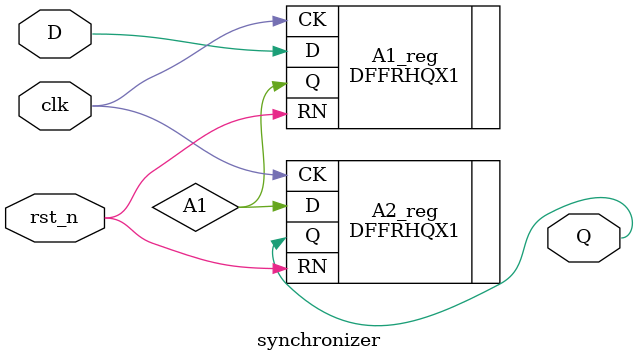
<source format=v>


module CONV ( clk_1, clk_2, rst_n, in_valid, in_data1, in_data2, out_valid, 
        out_data );
  input [2:0] in_data1;
  input [2:0] in_data2;
  output [7:0] out_data;
  input clk_1, clk_2, rst_n, in_valid;
  output out_valid;
  wire   inready, N24, N25, N26, N27, N28, N29, N30, N31, N32, N33, N34, N35,
         N45, N46, N47, N48, N49, N50, N51, N52, N53, N54, N55, N56, N346,
         N347, N348, N349, N350, N351, N352, N353, count_mult, in_end, N375,
         n91, n92, n93, n95, n96, n97, n99, n100, n101, n103, n104, n105, n107,
         n108, n109, n111, n112, n113, n115, n116, n117, n118, n119, n120,
         DP_OP_155J1_127_2395_n96, DP_OP_155J1_127_2395_n27,
         DP_OP_155J1_127_2395_n24, DP_OP_155J1_127_2395_n20,
         DP_OP_155J1_127_2395_n17, DP_OP_155J1_127_2395_n14,
         DP_OP_155J1_127_2395_n13, DP_OP_155J1_127_2395_n12,
         DP_OP_154J1_126_2395_n96, DP_OP_154J1_126_2395_n72,
         DP_OP_154J1_126_2395_n70, DP_OP_154J1_126_2395_n68,
         DP_OP_154J1_126_2395_n66, DP_OP_154J1_126_2395_n57,
         DP_OP_154J1_126_2395_n51, DP_OP_154J1_126_2395_n45,
         DP_OP_154J1_126_2395_n39, DP_OP_154J1_126_2395_n38,
         DP_OP_154J1_126_2395_n37, DP_OP_154J1_126_2395_n35,
         DP_OP_154J1_126_2395_n30, DP_OP_154J1_126_2395_n29,
         DP_OP_154J1_126_2395_n28, DP_OP_154J1_126_2395_n27,
         DP_OP_154J1_126_2395_n26, DP_OP_154J1_126_2395_n25,
         DP_OP_154J1_126_2395_n24, DP_OP_154J1_126_2395_n23,
         DP_OP_154J1_126_2395_n22, DP_OP_154J1_126_2395_n21,
         DP_OP_154J1_126_2395_n20, DP_OP_154J1_126_2395_n17,
         DP_OP_154J1_126_2395_n16, DP_OP_154J1_126_2395_n15,
         DP_OP_154J1_126_2395_n14, DP_OP_154J1_126_2395_n13,
         DP_OP_154J1_126_2395_n12, DP_OP_153J1_125_2395_n103,
         DP_OP_153J1_125_2395_n102, DP_OP_153J1_125_2395_n101,
         DP_OP_153J1_125_2395_n100, DP_OP_153J1_125_2395_n98,
         DP_OP_153J1_125_2395_n97, DP_OP_153J1_125_2395_n88,
         DP_OP_153J1_125_2395_n87, DP_OP_153J1_125_2395_n86,
         DP_OP_153J1_125_2395_n85, DP_OP_153J1_125_2395_n84,
         DP_OP_153J1_125_2395_n83, DP_OP_153J1_125_2395_n82,
         DP_OP_153J1_125_2395_n72, DP_OP_153J1_125_2395_n70,
         DP_OP_153J1_125_2395_n69, DP_OP_153J1_125_2395_n68,
         DP_OP_153J1_125_2395_n67, DP_OP_153J1_125_2395_n66,
         DP_OP_153J1_125_2395_n57, DP_OP_153J1_125_2395_n52,
         DP_OP_153J1_125_2395_n51, DP_OP_153J1_125_2395_n48,
         DP_OP_153J1_125_2395_n45, DP_OP_153J1_125_2395_n44,
         DP_OP_153J1_125_2395_n43, DP_OP_153J1_125_2395_n42,
         DP_OP_153J1_125_2395_n41, DP_OP_153J1_125_2395_n40,
         DP_OP_153J1_125_2395_n39, DP_OP_153J1_125_2395_n38,
         DP_OP_153J1_125_2395_n37, DP_OP_153J1_125_2395_n36,
         DP_OP_153J1_125_2395_n35, DP_OP_153J1_125_2395_n34,
         DP_OP_153J1_125_2395_n33, DP_OP_153J1_125_2395_n32,
         DP_OP_153J1_125_2395_n31, DP_OP_153J1_125_2395_n30,
         DP_OP_153J1_125_2395_n29, DP_OP_153J1_125_2395_n28,
         DP_OP_153J1_125_2395_n27, DP_OP_153J1_125_2395_n26,
         DP_OP_153J1_125_2395_n25, DP_OP_153J1_125_2395_n24,
         DP_OP_153J1_125_2395_n23, DP_OP_153J1_125_2395_n22,
         DP_OP_153J1_125_2395_n21, DP_OP_153J1_125_2395_n20,
         DP_OP_153J1_125_2395_n19, DP_OP_153J1_125_2395_n17,
         DP_OP_153J1_125_2395_n16, DP_OP_153J1_125_2395_n15,
         DP_OP_153J1_125_2395_n14, DP_OP_153J1_125_2395_n13,
         DP_OP_153J1_125_2395_n12, DP_OP_152J1_124_2395_n100,
         DP_OP_152J1_124_2395_n99, DP_OP_152J1_124_2395_n98,
         DP_OP_152J1_124_2395_n97, DP_OP_152J1_124_2395_n84,
         DP_OP_152J1_124_2395_n82, DP_OP_152J1_124_2395_n67,
         DP_OP_152J1_124_2395_n43, DP_OP_152J1_124_2395_n42,
         DP_OP_152J1_124_2395_n39, DP_OP_152J1_124_2395_n38,
         DP_OP_152J1_124_2395_n35, DP_OP_152J1_124_2395_n33,
         DP_OP_152J1_124_2395_n32, DP_OP_152J1_124_2395_n31,
         DP_OP_152J1_124_2395_n28, DP_OP_152J1_124_2395_n27,
         DP_OP_152J1_124_2395_n26, DP_OP_152J1_124_2395_n25,
         DP_OP_152J1_124_2395_n24, DP_OP_152J1_124_2395_n22,
         DP_OP_152J1_124_2395_n21, DP_OP_152J1_124_2395_n20,
         DP_OP_152J1_124_2395_n19, DP_OP_152J1_124_2395_n17,
         DP_OP_152J1_124_2395_n14, DP_OP_152J1_124_2395_n13,
         DP_OP_152J1_124_2395_n12, intadd_0_A_0_, intadd_0_B_4_, intadd_0_B_2_,
         intadd_0_B_1_, intadd_0_B_0_, intadd_0_CI, intadd_0_SUM_4_,
         intadd_0_SUM_3_, intadd_0_SUM_2_, intadd_0_SUM_1_, intadd_0_SUM_0_,
         intadd_0_n5, intadd_0_n4, intadd_0_n3, intadd_0_n2, intadd_0_n1,
         intadd_1_A_0_, intadd_1_B_1_, intadd_1_B_0_, intadd_1_CI,
         intadd_1_SUM_3_, intadd_1_SUM_2_, intadd_1_SUM_1_, intadd_1_SUM_0_,
         intadd_1_n4, intadd_1_n3, intadd_1_n2, intadd_1_n1, intadd_2_A_2_,
         intadd_2_A_1_, intadd_2_A_0_, intadd_2_B_2_, intadd_2_B_1_,
         intadd_2_B_0_, intadd_2_CI, intadd_2_SUM_2_, intadd_2_SUM_1_,
         intadd_2_SUM_0_, intadd_2_n3, intadd_2_n2, intadd_2_n1, intadd_3_CI,
         intadd_3_SUM_2_, intadd_3_SUM_1_, intadd_3_SUM_0_, intadd_3_n3,
         intadd_3_n2, intadd_3_n1, n122, n123, n124, n125, n126, n127, n128,
         n129, n130, n131, n132, n133, n134, n135, n136, n137, n138, n139,
         n140, n141, n142, n143, n144, n145, n146, n147, n148, n149, n150,
         n151, n152, n153, n154, n155, n156, n157, n158, n159, n160, n161,
         n162, n163, n164, n165, n166, n167, n168, n169, n170, n171, n172,
         n173, n174, n175, n176, n177, n178, n179, n180, n181, n182, n183,
         n184, n185, n186, n187, n188, n189, n190, n191, n192, n193, n194,
         n195, n196, n197, n198, n199, n200, n201, n202, n203, n204, n205,
         n206, n207, n208, n209, n210, n211, n212, n213, n214, n215, n216,
         n217, n218, n219, n220, n221, n222, n223, n224, n225, n226, n227,
         n228, n229, n230, n231, n232, n233, n234, n235, n236, n237, n238,
         n239, n240, n241, n242, n243, n244, n245, n246, n247, n248, n249,
         n250, n251, n252, n253, n254, n255, n256, n257, n258, n259, n260,
         n261, n262, n263, n264, n265, n266, n267, n268, n269, n270, n271,
         n272, n273, n274, n275, n276, n277, n278, n279, n280, n281, n282,
         n283, n284, n285, n286, n287, n288, n289, n290, n291, n292, n293,
         n294, n295, n296, n297, n298, n299, n300, n301, n302, n303, n304,
         n305, n306, n307, n308, n309, n310, n311, n312, n313, n314, n315,
         n316, n317, n318, n319, n320, n321, n322, n323, n324, n325, n326,
         n327, n328, n329, n330, n331, n332, n333, n334, n335, n336, n337,
         n338, n339, n340, n341, n342, n343, n344, n345, n346, n347, n348,
         n349, n350, n351, n352, n353, n354, n355, n356, n357, n358, n359,
         n360, n361, n362, n363, n364, n365, n366, n367, n368, n369, n370,
         n371, n372, n373, n374, n375, n376, n377, n378, n379, n380, n381,
         n382, n383, n384, n385, n386, n387, n388, n389, n390, n391, n392,
         n393, n394, n395, n396, n397, n398, n399, n400, n401, n402, n403,
         n404, n405, n406, n407, n408, n409, n410, n411, n412, n413, n414,
         n415, n416, n417, n418, n419, n420, n421, n422, n423, n424, n425,
         n426, n427, n428, n429, n430, n431, n432, n433, n434, n435, n436,
         n437, n438, n439, n440, n441, n442, n443, n444, n445, n446, n447,
         n448, n449, n450, n451, n452, n453, n454, n455, n456, n457, n458,
         n459, n460, n461, n462, n463, n464, n465, n466, n467, n468, n469,
         n470, n471, n472, n473, n474, n475, n476, n477, n478, n479, n480,
         n481, n482, n483, n484, n485, n486, n487, n488, n489, n490, n491,
         n492, n493, n494, n495, n496, n497, n498, n499, n500, n501, n502,
         n503, n504, n505, n506, n507, n508, n509, n510, n511, n512, n513,
         n514, n515, n516, n517, n518;
  wire   [8:0] h;
  wire   [8:0] x;
  wire   [11:0] h_exe;
  wire   [11:0] x_exe;
  wire   [2:0] count_2;
  wire   [1:0] count_1;

  syn_XOR in_exe ( .IN(in_end), .OUT(inready), .TX_CLK(clk_1), .RX_CLK(clk_2), 
        .RST_N(rst_n) );
  CMPR42X1 DP_OP_155J1_127_2395_U11 ( .A(DP_OP_155J1_127_2395_n96), .B(
        DP_OP_155J1_127_2395_n27), .C(DP_OP_155J1_127_2395_n17), .D(
        DP_OP_155J1_127_2395_n24), .ICI(DP_OP_155J1_127_2395_n20), .S(
        DP_OP_155J1_127_2395_n14), .ICO(DP_OP_155J1_127_2395_n12), .CO(
        DP_OP_155J1_127_2395_n13) );
  CMPR42X1 DP_OP_154J1_126_2395_U20 ( .A(DP_OP_154J1_126_2395_n68), .B(
        DP_OP_154J1_126_2395_n57), .C(DP_OP_154J1_126_2395_n70), .D(
        DP_OP_154J1_126_2395_n72), .ICI(DP_OP_154J1_126_2395_n45), .S(
        DP_OP_154J1_126_2395_n39), .ICO(DP_OP_154J1_126_2395_n37), .CO(
        DP_OP_154J1_126_2395_n38) );
  CMPR42X1 DP_OP_154J1_126_2395_U14 ( .A(DP_OP_154J1_126_2395_n30), .B(
        DP_OP_154J1_126_2395_n38), .C(DP_OP_154J1_126_2395_n35), .D(
        DP_OP_154J1_126_2395_n28), .ICI(DP_OP_154J1_126_2395_n25), .S(
        DP_OP_154J1_126_2395_n22), .ICO(DP_OP_154J1_126_2395_n20), .CO(
        DP_OP_154J1_126_2395_n21) );
  CMPR42X1 DP_OP_154J1_126_2395_U12 ( .A(DP_OP_154J1_126_2395_n51), .B(
        DP_OP_154J1_126_2395_n66), .C(DP_OP_154J1_126_2395_n29), .D(
        DP_OP_154J1_126_2395_n26), .ICI(DP_OP_154J1_126_2395_n23), .S(
        DP_OP_154J1_126_2395_n17), .ICO(DP_OP_154J1_126_2395_n15), .CO(
        DP_OP_154J1_126_2395_n16) );
  CMPR42X1 DP_OP_154J1_126_2395_U11 ( .A(DP_OP_154J1_126_2395_n96), .B(
        DP_OP_154J1_126_2395_n27), .C(DP_OP_154J1_126_2395_n17), .D(
        DP_OP_154J1_126_2395_n24), .ICI(DP_OP_154J1_126_2395_n20), .S(
        DP_OP_154J1_126_2395_n14), .ICO(DP_OP_154J1_126_2395_n12), .CO(
        DP_OP_154J1_126_2395_n13) );
  CMPR42X1 DP_OP_153J1_125_2395_U22 ( .A(DP_OP_153J1_125_2395_n88), .B(
        DP_OP_153J1_125_2395_n86), .C(DP_OP_153J1_125_2395_n101), .D(
        DP_OP_153J1_125_2395_n103), .ICI(DP_OP_153J1_125_2395_n48), .S(
        DP_OP_153J1_125_2395_n44), .ICO(DP_OP_153J1_125_2395_n42), .CO(
        DP_OP_153J1_125_2395_n43) );
  CMPR42X1 DP_OP_153J1_125_2395_U20 ( .A(DP_OP_153J1_125_2395_n68), .B(
        DP_OP_153J1_125_2395_n57), .C(DP_OP_153J1_125_2395_n70), .D(
        DP_OP_153J1_125_2395_n72), .ICI(DP_OP_153J1_125_2395_n45), .S(
        DP_OP_153J1_125_2395_n39), .ICO(DP_OP_153J1_125_2395_n37), .CO(
        DP_OP_153J1_125_2395_n38) );
  CMPR42X1 DP_OP_153J1_125_2395_U19 ( .A(DP_OP_153J1_125_2395_n85), .B(
        DP_OP_153J1_125_2395_n83), .C(DP_OP_153J1_125_2395_n87), .D(
        DP_OP_153J1_125_2395_n102), .ICI(DP_OP_153J1_125_2395_n41), .S(
        DP_OP_153J1_125_2395_n36), .ICO(DP_OP_153J1_125_2395_n34), .CO(
        DP_OP_153J1_125_2395_n35) );
  CMPR42X1 DP_OP_153J1_125_2395_U18 ( .A(DP_OP_153J1_125_2395_n100), .B(
        DP_OP_153J1_125_2395_n98), .C(DP_OP_153J1_125_2395_n42), .D(
        DP_OP_153J1_125_2395_n43), .ICI(DP_OP_153J1_125_2395_n39), .S(
        DP_OP_153J1_125_2395_n33), .ICO(DP_OP_153J1_125_2395_n31), .CO(
        DP_OP_153J1_125_2395_n32) );
  CMPR42X1 DP_OP_153J1_125_2395_U16 ( .A(DP_OP_153J1_125_2395_n67), .B(
        DP_OP_153J1_125_2395_n97), .C(DP_OP_153J1_125_2395_n84), .D(
        DP_OP_153J1_125_2395_n82), .ICI(DP_OP_153J1_125_2395_n31), .S(
        DP_OP_153J1_125_2395_n28), .ICO(DP_OP_153J1_125_2395_n26), .CO(
        DP_OP_153J1_125_2395_n27) );
  CMPR42X1 DP_OP_153J1_125_2395_U15 ( .A(DP_OP_153J1_125_2395_n69), .B(
        DP_OP_153J1_125_2395_n52), .C(DP_OP_153J1_125_2395_n34), .D(
        DP_OP_153J1_125_2395_n37), .ICI(DP_OP_153J1_125_2395_n40), .S(
        DP_OP_153J1_125_2395_n25), .ICO(DP_OP_153J1_125_2395_n23), .CO(
        DP_OP_153J1_125_2395_n24) );
  CMPR42X1 DP_OP_153J1_125_2395_U14 ( .A(DP_OP_153J1_125_2395_n30), .B(
        DP_OP_153J1_125_2395_n38), .C(DP_OP_153J1_125_2395_n35), .D(
        DP_OP_153J1_125_2395_n28), .ICI(DP_OP_153J1_125_2395_n25), .S(
        DP_OP_153J1_125_2395_n22), .ICO(DP_OP_153J1_125_2395_n20), .CO(
        DP_OP_153J1_125_2395_n21) );
  CMPR42X1 DP_OP_153J1_125_2395_U12 ( .A(DP_OP_153J1_125_2395_n51), .B(
        DP_OP_153J1_125_2395_n66), .C(DP_OP_153J1_125_2395_n29), .D(
        DP_OP_153J1_125_2395_n26), .ICI(DP_OP_153J1_125_2395_n23), .S(
        DP_OP_153J1_125_2395_n17), .ICO(DP_OP_153J1_125_2395_n15), .CO(
        DP_OP_153J1_125_2395_n16) );
  CMPR42X1 DP_OP_153J1_125_2395_U11 ( .A(DP_OP_153J1_125_2395_n19), .B(
        DP_OP_153J1_125_2395_n27), .C(DP_OP_153J1_125_2395_n17), .D(
        DP_OP_153J1_125_2395_n24), .ICI(DP_OP_153J1_125_2395_n20), .S(
        DP_OP_153J1_125_2395_n14), .ICO(DP_OP_153J1_125_2395_n12), .CO(
        DP_OP_153J1_125_2395_n13) );
  CMPR42X1 DP_OP_152J1_124_2395_U18 ( .A(DP_OP_152J1_124_2395_n100), .B(
        DP_OP_152J1_124_2395_n98), .C(DP_OP_152J1_124_2395_n42), .D(
        DP_OP_152J1_124_2395_n43), .ICI(DP_OP_152J1_124_2395_n39), .S(
        DP_OP_152J1_124_2395_n33), .ICO(DP_OP_152J1_124_2395_n31), .CO(
        DP_OP_152J1_124_2395_n32) );
  CMPR42X1 DP_OP_152J1_124_2395_U16 ( .A(DP_OP_152J1_124_2395_n67), .B(
        DP_OP_152J1_124_2395_n97), .C(DP_OP_152J1_124_2395_n84), .D(
        DP_OP_152J1_124_2395_n82), .ICI(DP_OP_152J1_124_2395_n31), .S(
        DP_OP_152J1_124_2395_n28), .ICO(DP_OP_152J1_124_2395_n26), .CO(
        DP_OP_152J1_124_2395_n27) );
  CMPR42X1 DP_OP_152J1_124_2395_U14 ( .A(DP_OP_152J1_124_2395_n99), .B(
        DP_OP_152J1_124_2395_n38), .C(DP_OP_152J1_124_2395_n35), .D(
        DP_OP_152J1_124_2395_n28), .ICI(DP_OP_152J1_124_2395_n25), .S(
        DP_OP_152J1_124_2395_n22), .ICO(DP_OP_152J1_124_2395_n20), .CO(
        DP_OP_152J1_124_2395_n21) );
  CMPR42X1 DP_OP_152J1_124_2395_U11 ( .A(DP_OP_152J1_124_2395_n19), .B(
        DP_OP_152J1_124_2395_n27), .C(DP_OP_152J1_124_2395_n17), .D(
        DP_OP_152J1_124_2395_n24), .ICI(DP_OP_152J1_124_2395_n20), .S(
        DP_OP_152J1_124_2395_n14), .ICO(DP_OP_152J1_124_2395_n12), .CO(
        DP_OP_152J1_124_2395_n13) );
  DFFHQX1 x_reg_0__2_ ( .D(n111), .CK(clk_1), .Q(x[8]) );
  DFFHQX1 x_reg_0__1_ ( .D(n107), .CK(clk_1), .Q(x[7]) );
  DFFHQX1 x_reg_0__0_ ( .D(n103), .CK(clk_1), .Q(x[6]) );
  DFFHQX1 h_reg_0__2_ ( .D(n99), .CK(clk_1), .Q(h[8]) );
  DFFHQX1 h_reg_0__1_ ( .D(n95), .CK(clk_1), .Q(h[7]) );
  DFFHQX1 h_reg_0__0_ ( .D(n91), .CK(clk_1), .Q(h[6]) );
  DFFHQX1 x_reg_2__2_ ( .D(n113), .CK(clk_1), .Q(x[2]) );
  DFFHQX1 x_reg_1__2_ ( .D(n112), .CK(clk_1), .Q(x[5]) );
  DFFHQX1 x_reg_2__1_ ( .D(n109), .CK(clk_1), .Q(x[1]) );
  DFFHQX1 x_reg_1__1_ ( .D(n108), .CK(clk_1), .Q(x[4]) );
  DFFHQX1 x_reg_2__0_ ( .D(n105), .CK(clk_1), .Q(x[0]) );
  DFFHQX1 x_reg_1__0_ ( .D(n104), .CK(clk_1), .Q(x[3]) );
  DFFHQX1 h_reg_2__2_ ( .D(n101), .CK(clk_1), .Q(h[2]) );
  DFFHQX1 h_reg_1__2_ ( .D(n100), .CK(clk_1), .Q(h[5]) );
  DFFHQX1 h_reg_2__1_ ( .D(n97), .CK(clk_1), .Q(h[1]) );
  DFFHQX1 h_reg_1__1_ ( .D(n96), .CK(clk_1), .Q(h[4]) );
  DFFHQX1 h_reg_2__0_ ( .D(n93), .CK(clk_1), .Q(h[0]) );
  DFFHQX1 h_reg_1__0_ ( .D(n92), .CK(clk_1), .Q(h[3]) );
  ADDFXL intadd_1_U5 ( .A(intadd_1_A_0_), .B(intadd_1_B_0_), .CI(intadd_1_CI), 
        .CO(intadd_1_n4), .S(intadd_1_SUM_0_) );
  ADDFXL intadd_0_U6 ( .A(intadd_0_A_0_), .B(intadd_0_B_0_), .CI(intadd_0_CI), 
        .CO(intadd_0_n5), .S(intadd_0_SUM_0_) );
  ADDFXL intadd_3_U4 ( .A(DP_OP_153J1_125_2395_n33), .B(
        DP_OP_153J1_125_2395_n36), .CI(intadd_3_CI), .CO(intadd_3_n3), .S(
        intadd_3_SUM_0_) );
  ADDFXL intadd_0_U5 ( .A(DP_OP_154J1_126_2395_n39), .B(intadd_0_B_1_), .CI(
        intadd_0_n5), .CO(intadd_0_n4), .S(intadd_0_SUM_1_) );
  ADDFXL intadd_2_U3 ( .A(intadd_2_A_1_), .B(intadd_2_B_1_), .CI(intadd_2_n3), 
        .CO(intadd_2_n2), .S(intadd_2_SUM_1_) );
  ADDFXL intadd_1_U4 ( .A(DP_OP_152J1_124_2395_n33), .B(intadd_1_B_1_), .CI(
        intadd_1_n4), .CO(intadd_1_n3), .S(intadd_1_SUM_1_) );
  ADDFXL intadd_2_U4 ( .A(intadd_2_A_0_), .B(intadd_2_B_0_), .CI(intadd_2_CI), 
        .CO(intadd_2_n3), .S(intadd_2_SUM_0_) );
  ADDFXL intadd_2_U2 ( .A(intadd_2_A_2_), .B(intadd_2_B_2_), .CI(intadd_2_n2), 
        .CO(intadd_2_n1), .S(intadd_2_SUM_2_) );
  ADDFXL intadd_1_U2 ( .A(DP_OP_152J1_124_2395_n21), .B(
        DP_OP_152J1_124_2395_n14), .CI(intadd_1_n2), .CO(intadd_1_n1), .S(
        intadd_1_SUM_3_) );
  ADDFXL intadd_0_U2 ( .A(DP_OP_154J1_126_2395_n13), .B(intadd_0_B_4_), .CI(
        intadd_0_n2), .CO(intadd_0_n1), .S(intadd_0_SUM_4_) );
  ADDFXL intadd_0_U3 ( .A(DP_OP_154J1_126_2395_n21), .B(
        DP_OP_154J1_126_2395_n14), .CI(intadd_0_n3), .CO(intadd_0_n2), .S(
        intadd_0_SUM_3_) );
  ADDFXL intadd_3_U2 ( .A(DP_OP_153J1_125_2395_n21), .B(
        DP_OP_153J1_125_2395_n14), .CI(intadd_3_n2), .CO(intadd_3_n1), .S(
        intadd_3_SUM_2_) );
  EDFFXL x_reg_3__2_ ( .D(in_data2[2]), .E(in_valid), .CK(clk_1), .QN(n513) );
  EDFFXL x_reg_3__1_ ( .D(in_data2[1]), .E(in_valid), .CK(clk_1), .QN(n514) );
  EDFFXL x_reg_3__0_ ( .D(in_data2[0]), .E(in_valid), .CK(clk_1), .QN(n515) );
  EDFFXL h_reg_3__2_ ( .D(in_data1[2]), .E(in_valid), .CK(clk_1), .QN(n516) );
  EDFFXL h_reg_3__1_ ( .D(in_data1[1]), .E(in_valid), .CK(clk_1), .QN(n517) );
  EDFFXL h_reg_3__0_ ( .D(in_data1[0]), .E(in_valid), .CK(clk_1), .QN(n518) );
  DFFSX1 count_2_reg_2_ ( .D(n115), .CK(clk_2), .SN(rst_n), .Q(count_2[2]), 
        .QN(n512) );
  DFFSX1 count_2_reg_0_ ( .D(n116), .CK(clk_2), .SN(rst_n), .Q(count_2[0]) );
  DFFSX1 count_2_reg_1_ ( .D(n117), .CK(clk_2), .SN(rst_n), .Q(count_2[1]), 
        .QN(n489) );
  DFFSX1 count_mult_reg ( .D(n120), .CK(clk_2), .SN(rst_n), .Q(count_mult) );
  DFFX1 h_exe_reg_3__2_ ( .D(N26), .CK(clk_2), .Q(h_exe[2]), .QN(n508) );
  DFFX1 h_exe_reg_3__1_ ( .D(N25), .CK(clk_2), .Q(h_exe[1]), .QN(n487) );
  DFFX1 h_exe_reg_2__2_ ( .D(N29), .CK(clk_2), .Q(h_exe[5]), .QN(n488) );
  DFFX1 h_exe_reg_2__1_ ( .D(N28), .CK(clk_2), .Q(h_exe[4]), .QN(n506) );
  DFFX1 h_exe_reg_2__0_ ( .D(N27), .CK(clk_2), .Q(h_exe[3]), .QN(n492) );
  DFFX1 h_exe_reg_1__2_ ( .D(N32), .CK(clk_2), .Q(h_exe[8]), .QN(n497) );
  DFFX1 h_exe_reg_1__1_ ( .D(N31), .CK(clk_2), .Q(h_exe[7]), .QN(n496) );
  DFFX1 h_exe_reg_1__0_ ( .D(N30), .CK(clk_2), .Q(h_exe[6]), .QN(n495) );
  DFFX1 h_exe_reg_0__2_ ( .D(N35), .CK(clk_2), .Q(h_exe[11]), .QN(n510) );
  DFFX1 h_exe_reg_0__1_ ( .D(N34), .CK(clk_2), .Q(h_exe[10]), .QN(n503) );
  DFFX1 h_exe_reg_0__0_ ( .D(N33), .CK(clk_2), .Q(h_exe[9]), .QN(n501) );
  DFFX1 x_exe_reg_3__2_ ( .D(N47), .CK(clk_2), .Q(x_exe[2]), .QN(n509) );
  DFFX1 x_exe_reg_3__1_ ( .D(N46), .CK(clk_2), .Q(x_exe[1]), .QN(n502) );
  DFFX1 x_exe_reg_3__0_ ( .D(N45), .CK(clk_2), .Q(x_exe[0]), .QN(n504) );
  DFFX1 x_exe_reg_2__2_ ( .D(N50), .CK(clk_2), .Q(x_exe[5]), .QN(n499) );
  DFFX1 x_exe_reg_2__1_ ( .D(N49), .CK(clk_2), .Q(x_exe[4]), .QN(n494) );
  DFFX1 x_exe_reg_2__0_ ( .D(N48), .CK(clk_2), .Q(x_exe[3]), .QN(n498) );
  DFFX1 x_exe_reg_1__2_ ( .D(N53), .CK(clk_2), .Q(x_exe[8]), .QN(n486) );
  DFFX1 x_exe_reg_1__1_ ( .D(N52), .CK(clk_2), .Q(x_exe[7]), .QN(n491) );
  DFFX1 x_exe_reg_1__0_ ( .D(N51), .CK(clk_2), .Q(x_exe[6]), .QN(n500) );
  DFFX1 x_exe_reg_0__2_ ( .D(N56), .CK(clk_2), .Q(x_exe[11]), .QN(n507) );
  DFFX1 x_exe_reg_0__1_ ( .D(N55), .CK(clk_2), .Q(x_exe[10]), .QN(n493) );
  DFFX1 x_exe_reg_0__0_ ( .D(N54), .CK(clk_2), .Q(x_exe[9]), .QN(n505) );
  DFFX1 h_exe_reg_3__0_ ( .D(N24), .CK(clk_2), .Q(h_exe[0]), .QN(n490) );
  DFFSX1 out_valid_reg ( .D(n511), .CK(clk_2), .SN(rst_n), .QN(out_valid) );
  DFFRHQXL out_data_reg_7_ ( .D(N353), .CK(clk_2), .RN(rst_n), .Q(out_data[7])
         );
  ADDFXL intadd_0_U4 ( .A(DP_OP_154J1_126_2395_n22), .B(intadd_0_B_2_), .CI(
        intadd_0_n4), .CO(intadd_0_n3), .S(intadd_0_SUM_2_) );
  DFFSHQXL count_1_reg_1_ ( .D(n118), .CK(clk_1), .SN(rst_n), .Q(count_1[1])
         );
  DFFRHQXL in_end_reg ( .D(N375), .CK(clk_1), .RN(rst_n), .Q(in_end) );
  DFFSHQXL count_1_reg_0_ ( .D(n119), .CK(clk_1), .SN(rst_n), .Q(count_1[0])
         );
  DFFRHQXL out_data_reg_0_ ( .D(N346), .CK(clk_2), .RN(rst_n), .Q(out_data[0])
         );
  DFFRHQXL out_data_reg_1_ ( .D(N347), .CK(clk_2), .RN(rst_n), .Q(out_data[1])
         );
  DFFRHQXL out_data_reg_2_ ( .D(N348), .CK(clk_2), .RN(rst_n), .Q(out_data[2])
         );
  DFFRHQXL out_data_reg_3_ ( .D(N349), .CK(clk_2), .RN(rst_n), .Q(out_data[3])
         );
  DFFRHQXL out_data_reg_4_ ( .D(N350), .CK(clk_2), .RN(rst_n), .Q(out_data[4])
         );
  DFFRHQXL out_data_reg_5_ ( .D(N351), .CK(clk_2), .RN(rst_n), .Q(out_data[5])
         );
  DFFRHQXL out_data_reg_6_ ( .D(N352), .CK(clk_2), .RN(rst_n), .Q(out_data[6])
         );
  ADDFXL intadd_3_U3 ( .A(DP_OP_153J1_125_2395_n32), .B(
        DP_OP_153J1_125_2395_n22), .CI(intadd_3_n3), .CO(intadd_3_n2), .S(
        intadd_3_SUM_1_) );
  ADDFXL intadd_1_U3 ( .A(DP_OP_152J1_124_2395_n32), .B(
        DP_OP_152J1_124_2395_n22), .CI(intadd_1_n3), .CO(intadd_1_n2), .S(
        intadd_1_SUM_2_) );
  NOR2X1 U166 ( .A(n511), .B(n416), .Y(N351) );
  AND3XL U167 ( .A(in_valid), .B(count_1[1]), .C(count_1[0]), .Y(N375) );
  NOR2XL U168 ( .A(n486), .B(n501), .Y(n140) );
  NOR2XL U169 ( .A(n486), .B(n497), .Y(DP_OP_153J1_125_2395_n66) );
  NOR2XL U170 ( .A(n509), .B(n487), .Y(DP_OP_153J1_125_2395_n52) );
  NOR2XL U171 ( .A(n497), .B(n504), .Y(intadd_2_B_0_) );
  NOR2XL U172 ( .A(n502), .B(n492), .Y(n137) );
  NOR2XL U173 ( .A(n493), .B(n496), .Y(DP_OP_154J1_126_2395_n70) );
  NOR2XL U174 ( .A(n346), .B(n345), .Y(n347) );
  NOR2XL U175 ( .A(n508), .B(n500), .Y(n335) );
  NOR2XL U176 ( .A(n497), .B(n500), .Y(DP_OP_153J1_125_2395_n72) );
  NOR2XL U177 ( .A(n508), .B(n504), .Y(DP_OP_153J1_125_2395_n57) );
  NOR2XL U178 ( .A(n500), .B(n506), .Y(intadd_0_B_0_) );
  NOR2XL U179 ( .A(n261), .B(n260), .Y(DP_OP_154J1_126_2395_n35) );
  NOR2XL U180 ( .A(n275), .B(n274), .Y(DP_OP_155J1_127_2395_n27) );
  NOR2XL U181 ( .A(n347), .B(n348), .Y(n396) );
  NOR2XL U182 ( .A(n510), .B(n499), .Y(n394) );
  NOR2XL U183 ( .A(n311), .B(n310), .Y(n378) );
  NOR2XL U184 ( .A(n488), .B(n498), .Y(DP_OP_153J1_125_2395_n102) );
  NOR2XL U185 ( .A(n496), .B(n500), .Y(n214) );
  NOR2XL U186 ( .A(n222), .B(n505), .Y(n184) );
  NOR2XL U187 ( .A(n486), .B(n488), .Y(DP_OP_154J1_126_2395_n96) );
  NOR2XL U188 ( .A(n391), .B(intadd_2_n1), .Y(n418) );
  NOR2XL U189 ( .A(n421), .B(n385), .Y(n384) );
  NOR2XL U190 ( .A(n510), .B(n504), .Y(n312) );
  NOR2XL U191 ( .A(n242), .B(n241), .Y(intadd_2_CI) );
  NOR2XL U192 ( .A(n250), .B(n221), .Y(n220) );
  NOR2XL U193 ( .A(n149), .B(n148), .Y(n440) );
  NOR2XL U194 ( .A(n368), .B(n367), .Y(n317) );
  NOR2XL U195 ( .A(n213), .B(n212), .Y(n286) );
  NOR2XL U196 ( .A(count_2[2]), .B(n464), .Y(n437) );
  AND4X1 U197 ( .A(n375), .B(n374), .C(n373), .D(n372), .Y(n376) );
  NOR2X1 U198 ( .A(n511), .B(n376), .Y(N350) );
  NOR2X1 U199 ( .A(n333), .B(n332), .Y(DP_OP_155J1_127_2395_n20) );
  NOR2X1 U200 ( .A(n306), .B(n305), .Y(n351) );
  NOR2X1 U201 ( .A(n151), .B(n150), .Y(DP_OP_152J1_124_2395_n24) );
  NOR2X1 U202 ( .A(n240), .B(n239), .Y(n262) );
  NOR2X1 U203 ( .A(DP_OP_154J1_126_2395_n26), .B(n163), .Y(
        DP_OP_154J1_126_2395_n27) );
  NOR2X1 U204 ( .A(n165), .B(n164), .Y(DP_OP_154J1_126_2395_n26) );
  NOR2X1 U205 ( .A(n162), .B(n161), .Y(DP_OP_154J1_126_2395_n29) );
  NOR2X1 U206 ( .A(n183), .B(n182), .Y(n210) );
  NOR2X1 U207 ( .A(n131), .B(n130), .Y(DP_OP_154J1_126_2395_n23) );
  NOR2X1 U208 ( .A(n509), .B(n492), .Y(DP_OP_152J1_124_2395_n98) );
  NOR2X1 U209 ( .A(n486), .B(n496), .Y(DP_OP_153J1_125_2395_n67) );
  NOR2X1 U210 ( .A(n502), .B(n506), .Y(DP_OP_152J1_124_2395_n100) );
  NOR2X1 U211 ( .A(n503), .B(n507), .Y(DP_OP_153J1_125_2395_n82) );
  NOR2X1 U212 ( .A(n493), .B(n510), .Y(DP_OP_153J1_125_2395_n84) );
  NOR2X1 U213 ( .A(n493), .B(n492), .Y(n276) );
  NOR2X1 U214 ( .A(n503), .B(n500), .Y(n138) );
  NOR2X1 U215 ( .A(n499), .B(n492), .Y(DP_OP_153J1_125_2395_n98) );
  NOR2X1 U216 ( .A(n499), .B(n506), .Y(DP_OP_153J1_125_2395_n97) );
  NOR2X1 U217 ( .A(n508), .B(n507), .Y(n387) );
  NOR2X1 U218 ( .A(n508), .B(n505), .Y(n291) );
  NOR2X1 U219 ( .A(n491), .B(n501), .Y(n139) );
  NOR2X1 U220 ( .A(n494), .B(n506), .Y(DP_OP_153J1_125_2395_n100) );
  NOR2X1 U221 ( .A(n488), .B(n502), .Y(DP_OP_152J1_124_2395_n99) );
  NOR2X1 U222 ( .A(n491), .B(n497), .Y(DP_OP_153J1_125_2395_n69) );
  NOR2X1 U223 ( .A(n504), .B(n506), .Y(n199) );
  NOR2X1 U224 ( .A(n499), .B(n497), .Y(n401) );
  NOR2X1 U225 ( .A(n488), .B(n507), .Y(DP_OP_155J1_127_2395_n96) );
  NOR2X1 U226 ( .A(n488), .B(n505), .Y(n272) );
  NOR2X1 U227 ( .A(n509), .B(n501), .Y(n314) );
  NOR2X1 U228 ( .A(n503), .B(n502), .Y(n313) );
  NOR2X1 U229 ( .A(n498), .B(n497), .Y(n128) );
  NOR2X1 U230 ( .A(n508), .B(n509), .Y(DP_OP_153J1_125_2395_n51) );
  NOR2X1 U231 ( .A(n494), .B(n497), .Y(n143) );
  NOR2X1 U232 ( .A(n494), .B(n495), .Y(n126) );
  NOR2X1 U233 ( .A(n498), .B(n496), .Y(n125) );
  NOR2X1 U234 ( .A(n499), .B(n496), .Y(DP_OP_152J1_124_2395_n67) );
  NOR2X1 U235 ( .A(n509), .B(n506), .Y(DP_OP_152J1_124_2395_n97) );
  NOR2X1 U236 ( .A(n491), .B(n503), .Y(n141) );
  NOR2X1 U237 ( .A(n491), .B(n510), .Y(DP_OP_152J1_124_2395_n84) );
  NOR2X1 U238 ( .A(n486), .B(n503), .Y(DP_OP_152J1_124_2395_n82) );
  NOR2X1 U239 ( .A(n510), .B(n500), .Y(n142) );
  NOR2X1 U240 ( .A(n488), .B(n504), .Y(n253) );
  NOR2X1 U241 ( .A(n494), .B(n492), .Y(DP_OP_153J1_125_2395_n101) );
  NOR2X1 U242 ( .A(n498), .B(n506), .Y(DP_OP_153J1_125_2395_n103) );
  NOR2X1 U243 ( .A(n493), .B(n501), .Y(DP_OP_153J1_125_2395_n86) );
  NOR2X1 U244 ( .A(n491), .B(n492), .Y(intadd_0_CI) );
  NOR2X1 U245 ( .A(n501), .B(n505), .Y(n218) );
  NOR2X1 U246 ( .A(n486), .B(n495), .Y(DP_OP_153J1_125_2395_n68) );
  NOR2X1 U247 ( .A(n503), .B(n505), .Y(DP_OP_153J1_125_2395_n88) );
  NOR2X1 U248 ( .A(n504), .B(n490), .Y(n217) );
  NOR2X1 U249 ( .A(n491), .B(n496), .Y(DP_OP_153J1_125_2395_n70) );
  NOR2X1 U250 ( .A(n508), .B(n499), .Y(DP_OP_154J1_126_2395_n51) );
  NOR2X1 U251 ( .A(n496), .B(n505), .Y(n208) );
  NOR2X1 U252 ( .A(n498), .B(n490), .Y(n206) );
  NOR2X1 U253 ( .A(n491), .B(n495), .Y(n215) );
  NOR2X1 U254 ( .A(n493), .B(n495), .Y(n209) );
  NOR2X1 U255 ( .A(n493), .B(n503), .Y(DP_OP_153J1_125_2395_n85) );
  NOR2X1 U256 ( .A(n497), .B(n505), .Y(DP_OP_154J1_126_2395_n72) );
  NOR2X1 U257 ( .A(n508), .B(n498), .Y(DP_OP_154J1_126_2395_n57) );
  NOR2X1 U258 ( .A(n501), .B(n507), .Y(DP_OP_153J1_125_2395_n83) );
  NOR2X1 U259 ( .A(n510), .B(n505), .Y(DP_OP_153J1_125_2395_n87) );
  NOR2X1 U260 ( .A(n495), .B(n507), .Y(DP_OP_154J1_126_2395_n68) );
  NOR2X1 U261 ( .A(n498), .B(n501), .Y(n266) );
  NOR2X1 U262 ( .A(n509), .B(n490), .Y(n146) );
  NOR2X1 U263 ( .A(n505), .B(n506), .Y(n277) );
  NOR2X1 U264 ( .A(n497), .B(n507), .Y(DP_OP_154J1_126_2395_n66) );
  NOR4XL U265 ( .A(n498), .B(n494), .C(n487), .D(n490), .Y(n203) );
  NAND2XL U266 ( .A(n144), .B(n143), .Y(n377) );
  AOI21XL U267 ( .A0(n257), .A1(n256), .B0(n255), .Y(intadd_0_B_1_) );
  AOI22XL U268 ( .A0(n438), .A1(intadd_0_SUM_4_), .B0(n390), .B1(n389), .Y(
        n411) );
  AOI21XL U269 ( .A0(n261), .A1(n260), .B0(DP_OP_154J1_126_2395_n35), .Y(n279)
         );
  NAND2XL U270 ( .A(n439), .B(intadd_0_n1), .Y(n461) );
  NAND4XL U271 ( .A(n411), .B(n410), .C(n409), .D(n408), .Y(n412) );
  OAI211XL U272 ( .A0(n425), .A1(n407), .B0(n450), .C0(n406), .Y(n408) );
  OAI211XL U273 ( .A0(n418), .A1(n400), .B0(n437), .C0(n399), .Y(n410) );
  OAI211XL U274 ( .A0(n443), .A1(n404), .B0(n460), .C0(n403), .Y(n409) );
  NOR4XL U275 ( .A(n499), .B(n494), .C(n496), .D(n495), .Y(n145) );
  NAND4XL U276 ( .A(x_exe[8]), .B(x_exe[7]), .C(h_exe[3]), .D(h_exe[4]), .Y(
        n163) );
  NAND2XL U277 ( .A(x_exe[5]), .B(h_exe[1]), .Y(n130) );
  NAND2XL U278 ( .A(x_exe[10]), .B(h_exe[8]), .Y(n131) );
  AOI31XL U279 ( .A0(n303), .A1(h_exe[10]), .A2(x_exe[4]), .B0(n302), .Y(n346)
         );
  NAND2XL U280 ( .A(x_exe[1]), .B(h_exe[8]), .Y(n345) );
  NAND2XL U281 ( .A(h_exe[11]), .B(x_exe[4]), .Y(n298) );
  NAND2XL U282 ( .A(x_exe[2]), .B(h_exe[7]), .Y(n297) );
  XNOR2XL U283 ( .A(n346), .B(n345), .Y(n306) );
  INVXL U284 ( .A(n304), .Y(n305) );
  NAND2XL U285 ( .A(x_exe[8]), .B(h_exe[4]), .Y(n164) );
  NAND2XL U286 ( .A(h_exe[7]), .B(x_exe[11]), .Y(n165) );
  NAND2XL U287 ( .A(h_exe[2]), .B(x_exe[4]), .Y(n162) );
  NAND2XL U288 ( .A(x_exe[7]), .B(h_exe[5]), .Y(n161) );
  OAI21XL U289 ( .A0(n144), .A1(n143), .B0(n377), .Y(n151) );
  INVXL U290 ( .A(n145), .Y(n150) );
  AOI21XL U291 ( .A0(n124), .A1(n123), .B0(n145), .Y(n129) );
  NOR4XL U292 ( .A(n509), .B(n502), .C(n496), .D(n495), .Y(n304) );
  OAI22XL U293 ( .A0(n510), .A1(n498), .B0(n499), .B1(n501), .Y(n303) );
  INVXL U294 ( .A(n203), .Y(n132) );
  NAND2XL U295 ( .A(x_exe[4]), .B(h_exe[1]), .Y(n134) );
  NAND2XL U296 ( .A(x_exe[5]), .B(h_exe[0]), .Y(n133) );
  INVXL U297 ( .A(n163), .Y(n255) );
  NAND2XL U298 ( .A(x_exe[7]), .B(h_exe[1]), .Y(n172) );
  NAND2XL U299 ( .A(x_exe[8]), .B(h_exe[0]), .Y(n171) );
  INVXL U300 ( .A(n229), .Y(n174) );
  OAI21XL U301 ( .A0(n134), .A1(n133), .B0(n132), .Y(n135) );
  AOI21XL U302 ( .A0(n131), .A1(n130), .B0(DP_OP_154J1_126_2395_n23), .Y(n136)
         );
  NAND2XL U303 ( .A(h_exe[5]), .B(x_exe[2]), .Y(n149) );
  AOI211XL U304 ( .A0(n298), .A1(n297), .B0(n348), .C0(n299), .Y(n393) );
  NOR2X1 U305 ( .A(n298), .B(n297), .Y(n348) );
  NAND4XL U306 ( .A(h_exe[2]), .B(x_exe[7]), .C(h_exe[5]), .D(x_exe[10]), .Y(
        n168) );
  NOR2X1 U307 ( .A(n155), .B(n154), .Y(DP_OP_153J1_125_2395_n29) );
  NOR2X1 U308 ( .A(n153), .B(n152), .Y(n405) );
  AND2XL U309 ( .A(n352), .B(n351), .Y(n391) );
  AOI21XL U310 ( .A0(n300), .A1(n299), .B0(n393), .Y(intadd_2_A_1_) );
  AOI21XL U311 ( .A0(n306), .A1(n305), .B0(n351), .Y(intadd_2_B_1_) );
  AOI2BB1XL U312 ( .A0N(n255), .A1N(n166), .B0(DP_OP_154J1_126_2395_n27), .Y(
        DP_OP_154J1_126_2395_n28) );
  AOI21XL U313 ( .A0(n162), .A1(n161), .B0(DP_OP_154J1_126_2395_n29), .Y(
        DP_OP_154J1_126_2395_n30) );
  AOI21XL U314 ( .A0(n151), .A1(n150), .B0(DP_OP_152J1_124_2395_n24), .Y(
        DP_OP_152J1_124_2395_n25) );
  NAND2XL U315 ( .A(x_exe[10]), .B(h_exe[4]), .Y(n274) );
  NAND2XL U316 ( .A(x_exe[11]), .B(h_exe[3]), .Y(n275) );
  OAI21XL U317 ( .A0(n172), .A1(n171), .B0(n174), .Y(n330) );
  AND2XL U318 ( .A(n254), .B(n253), .Y(DP_OP_152J1_124_2395_n35) );
  AOI21XL U319 ( .A0(n252), .A1(n251), .B0(n304), .Y(intadd_2_A_0_) );
  AND2XL U320 ( .A(n265), .B(intadd_2_SUM_0_), .Y(n319) );
  NOR4XL U321 ( .A(n503), .B(n498), .C(n501), .D(n494), .Y(n265) );
  XOR2XL U322 ( .A(n122), .B(n133), .Y(n261) );
  XOR2XL U323 ( .A(n132), .B(n134), .Y(n122) );
  NAND2XL U324 ( .A(h_exe[5]), .B(x_exe[6]), .Y(n260) );
  NAND2XL U325 ( .A(n273), .B(n272), .Y(n332) );
  OAI21XL U326 ( .A0(n175), .A1(n174), .B0(n173), .Y(n273) );
  XOR2XL U327 ( .A(n172), .B(n171), .Y(n175) );
  AND2XL U328 ( .A(n200), .B(n199), .Y(DP_OP_152J1_124_2395_n43) );
  AOI21XL U329 ( .A0(n205), .A1(n204), .B0(n203), .Y(intadd_0_A_0_) );
  AOI21XL U330 ( .A0(n238), .A1(n237), .B0(n265), .Y(n239) );
  NOR2BXL U331 ( .AN(n266), .B(n236), .Y(n240) );
  NOR2X1 U332 ( .A(n189), .B(n188), .Y(n216) );
  NAND2XL U333 ( .A(x_exe[6]), .B(h_exe[3]), .Y(n182) );
  NAND2XL U334 ( .A(h_exe[6]), .B(x_exe[9]), .Y(n183) );
  INVXL U335 ( .A(n377), .Y(n402) );
  AOI21XL U336 ( .A0(n149), .A1(n148), .B0(n440), .Y(DP_OP_152J1_124_2395_n19)
         );
  OAI21XL U337 ( .A0(n350), .A1(n395), .B0(n349), .Y(n392) );
  AOI21XL U338 ( .A0(n348), .A1(n347), .B0(n396), .Y(n350) );
  NOR2X1 U339 ( .A(n396), .B(n395), .Y(n397) );
  INVXL U340 ( .A(n424), .Y(n422) );
  NOR2X1 U341 ( .A(n167), .B(n168), .Y(n381) );
  XOR2XL U342 ( .A(intadd_1_n1), .B(DP_OP_152J1_124_2395_n13), .Y(n404) );
  NAND2XL U343 ( .A(n443), .B(n404), .Y(n403) );
  NAND2XL U344 ( .A(n418), .B(n400), .Y(n399) );
  XOR2XL U345 ( .A(intadd_3_n1), .B(DP_OP_153J1_125_2395_n13), .Y(n407) );
  NAND2XL U346 ( .A(n425), .B(n407), .Y(n406) );
  ADDFXL U347 ( .A(DP_OP_153J1_125_2395_n12), .B(DP_OP_153J1_125_2395_n16), 
        .CI(n426), .CO(n428), .S(n425) );
  AOI21XL U348 ( .A0(n167), .A1(n168), .B0(n381), .Y(DP_OP_155J1_127_2395_n17)
         );
  AND2XL U349 ( .A(x_exe[8]), .B(n330), .Y(DP_OP_155J1_127_2395_n24) );
  AOI21XL U350 ( .A0(n155), .A1(n154), .B0(DP_OP_153J1_125_2395_n29), .Y(
        DP_OP_153J1_125_2395_n30) );
  AOI21XL U351 ( .A0(n153), .A1(n152), .B0(n405), .Y(DP_OP_153J1_125_2395_n19)
         );
  AOI2BB1XL U352 ( .A0N(n352), .A1N(n351), .B0(n391), .Y(intadd_2_B_2_) );
  ADDFXL U353 ( .A(n320), .B(intadd_2_SUM_1_), .CI(n319), .CO(intadd_2_A_2_), 
        .S(n321) );
  ADDFXL U354 ( .A(n336), .B(n335), .CI(n334), .CO(n355), .S(n326) );
  AOI21XL U355 ( .A0(n275), .A1(n274), .B0(DP_OP_155J1_127_2395_n27), .Y(n336)
         );
  ADDFXL U356 ( .A(n359), .B(n358), .CI(n357), .CO(n382), .S(n353) );
  NOR3XL U357 ( .A(DP_OP_155J1_127_2395_n27), .B(n506), .C(n507), .Y(n359) );
  OAI21XL U358 ( .A0(n331), .A1(n330), .B0(n329), .Y(n358) );
  AOI21XL U359 ( .A0(n333), .A1(n332), .B0(DP_OP_155J1_127_2395_n20), .Y(n357)
         );
  AOI2BB1XL U360 ( .A0N(n254), .A1N(n253), .B0(DP_OP_152J1_124_2395_n35), .Y(
        intadd_1_B_1_) );
  XOR2XL U361 ( .A(n268), .B(n267), .Y(n307) );
  AOI2BB1XL U362 ( .A0N(n264), .A1N(n263), .B0(n262), .Y(n309) );
  AOI2BB1XL U363 ( .A0N(n265), .A1N(intadd_2_SUM_0_), .B0(n319), .Y(n308) );
  INVXL U364 ( .A(n270), .Y(n328) );
  AOI2BB1XL U365 ( .A0N(n273), .A1N(n272), .B0(n271), .Y(n327) );
  INVXL U366 ( .A(n332), .Y(n271) );
  NOR2X1 U367 ( .A(n288), .B(n289), .Y(n388) );
  AOI2BB1XL U368 ( .A0N(n200), .A1N(n199), .B0(DP_OP_152J1_124_2395_n43), .Y(
        intadd_1_A_0_) );
  AND2XL U369 ( .A(n207), .B(n206), .Y(n259) );
  NOR2X1 U370 ( .A(n224), .B(n223), .Y(n322) );
  NOR4XL U371 ( .A(n491), .B(n487), .C(n490), .D(n500), .Y(n229) );
  AND2XL U372 ( .A(n240), .B(n239), .Y(n264) );
  NOR2X1 U373 ( .A(n179), .B(n178), .Y(n177) );
  AOI21XL U374 ( .A0(n183), .A1(n182), .B0(n210), .Y(n207) );
  NAND2XL U375 ( .A(n449), .B(n448), .Y(n452) );
  OR2XL U376 ( .A(n428), .B(n427), .Y(n451) );
  NAND2XL U377 ( .A(DP_OP_155J1_127_2395_n12), .B(n381), .Y(n455) );
  AOI2BB1XL U378 ( .A0N(n422), .A1N(n421), .B0(n420), .Y(n456) );
  AOI21XL U379 ( .A0(n421), .A1(n422), .B0(n419), .Y(n420) );
  INVXL U380 ( .A(n438), .Y(n463) );
  NAND2XL U381 ( .A(count_2[0]), .B(count_2[1]), .Y(n466) );
  NAND2XL U382 ( .A(count_2[2]), .B(n450), .Y(n465) );
  NOR3XL U383 ( .A(count_2[0]), .B(count_2[1]), .C(n512), .Y(n438) );
  OAI2BB1XL U384 ( .A0N(n443), .A1N(DP_OP_152J1_124_2395_n13), .B0(n442), .Y(
        n458) );
  OAI21XL U385 ( .A0(n443), .A1(DP_OP_152J1_124_2395_n13), .B0(intadd_1_n1), 
        .Y(n442) );
  NAND2XL U386 ( .A(n459), .B(n458), .Y(n444) );
  ADDFXL U387 ( .A(DP_OP_152J1_124_2395_n12), .B(n441), .CI(n440), .CO(n459), 
        .S(n443) );
  NOR3XL U388 ( .A(count_2[2]), .B(count_2[0]), .C(n489), .Y(n460) );
  OAI2BB1XL U389 ( .A0N(n433), .A1N(n432), .B0(n431), .Y(n434) );
  AOI32XL U390 ( .A0(n424), .A1(n423), .A2(DP_OP_155J1_127_2395_n13), .B0(n456), .B1(n455), .Y(n433) );
  OAI211XL U391 ( .A0(n449), .A1(n430), .B0(n450), .C0(n429), .Y(n431) );
  NAND2XL U392 ( .A(n418), .B(n417), .Y(n435) );
  OR2XL U393 ( .A(n398), .B(n397), .Y(n436) );
  MXI2XL U394 ( .A(n424), .B(n422), .S0(DP_OP_155J1_127_2395_n13), .Y(n385) );
  OAI21XL U395 ( .A0(DP_OP_155J1_127_2395_n12), .A1(n381), .B0(n455), .Y(n421)
         );
  NAND2XL U396 ( .A(count_2[2]), .B(count_2[0]), .Y(n454) );
  OAI2BB1XL U397 ( .A0N(n356), .A1N(n355), .B0(n354), .Y(n383) );
  OAI21XL U398 ( .A0(n356), .A1(n355), .B0(n353), .Y(n354) );
  AOI22XL U399 ( .A0(n438), .A1(intadd_0_SUM_3_), .B0(n389), .B1(n366), .Y(
        n374) );
  AOI22XL U400 ( .A0(n437), .A1(intadd_2_SUM_2_), .B0(n460), .B1(
        intadd_1_SUM_3_), .Y(n373) );
  AOI22XL U401 ( .A0(n437), .A1(n321), .B0(n438), .B1(intadd_0_SUM_2_), .Y(
        n342) );
  AOI22XL U402 ( .A0(n450), .A1(intadd_3_SUM_1_), .B0(n460), .B1(
        intadd_1_SUM_2_), .Y(n341) );
  OAI211XL U403 ( .A0(n356), .A1(n338), .B0(n432), .C0(n337), .Y(n339) );
  XOR2XL U404 ( .A(n353), .B(n355), .Y(n338) );
  INVXL U405 ( .A(n466), .Y(n450) );
  NOR3XL U406 ( .A(count_2[2]), .B(count_2[0]), .C(count_2[1]), .Y(n415) );
  NOR2X1 U407 ( .A(n512), .B(n489), .Y(n389) );
  ADDFXL U408 ( .A(n278), .B(n277), .CI(n276), .CO(n334), .S(n235) );
  AOI21XL U409 ( .A0(n231), .A1(n230), .B0(n229), .Y(n278) );
  NAND2XL U410 ( .A(n235), .B(n234), .Y(n270) );
  NOR2X1 U411 ( .A(n233), .B(n232), .Y(n234) );
  INVXL U412 ( .A(n454), .Y(n432) );
  AOI21XL U413 ( .A0(n242), .A1(n241), .B0(intadd_2_CI), .Y(n263) );
  NOR2X1 U414 ( .A(n262), .B(n264), .Y(n244) );
  NOR2X1 U415 ( .A(n454), .B(n232), .Y(n190) );
  AOI31XL U416 ( .A0(n460), .A1(n459), .A2(n458), .B0(n457), .Y(n462) );
  OAI31XL U417 ( .A0(n456), .A1(n455), .A2(n454), .B0(n453), .Y(n457) );
  NAND3XL U418 ( .A(n452), .B(n451), .C(n450), .Y(n453) );
  AOI31XL U419 ( .A0(n447), .A1(n446), .A2(n445), .B0(n511), .Y(N352) );
  AOI31XL U420 ( .A0(n437), .A1(n436), .A2(n435), .B0(n434), .Y(n447) );
  OAI211XL U421 ( .A0(n459), .A1(n458), .B0(n460), .C0(n444), .Y(n445) );
  OAI211XL U422 ( .A0(n439), .A1(intadd_0_n1), .B0(n438), .C0(n461), .Y(n446)
         );
  AOI211XL U423 ( .A0(n415), .A1(n414), .B0(n413), .C0(n412), .Y(n416) );
  OAI31XL U424 ( .A0(n510), .A1(n509), .A2(n380), .B0(n379), .Y(n414) );
  AOI211XL U425 ( .A0(n421), .A1(n385), .B0(n454), .C0(n384), .Y(n413) );
  AOI22XL U426 ( .A0(n450), .A1(intadd_3_SUM_2_), .B0(n432), .B1(n360), .Y(
        n375) );
  AOI2BB1XL U427 ( .A0N(n344), .A1N(n343), .B0(n511), .Y(N349) );
  NAND4XL U428 ( .A(n342), .B(n341), .C(n340), .D(n339), .Y(n343) );
  AOI31XL U429 ( .A0(n295), .A1(n294), .A2(n293), .B0(n511), .Y(N348) );
  AOI21XL U430 ( .A0(intadd_3_SUM_0_), .A1(n450), .B0(n285), .Y(n295) );
  NOR4BXL U431 ( .AN(n228), .B(n227), .C(n226), .D(n225), .Y(n247) );
  OAI2BB1XL U432 ( .A0N(count_1[1]), .A1N(n483), .B0(count_1[0]), .Y(n119) );
  AOI2BB1XL U433 ( .A0N(count_1[1]), .A1N(count_1[0]), .B0(N375), .Y(n118) );
  AOI22XL U434 ( .A0(in_valid), .A1(n482), .B0(n485), .B1(n483), .Y(n92) );
  AOI22XL U435 ( .A0(in_valid), .A1(n518), .B0(n482), .B1(n483), .Y(n93) );
  AOI22XL U436 ( .A0(in_valid), .A1(n479), .B0(n481), .B1(n483), .Y(n96) );
  AOI22XL U437 ( .A0(in_valid), .A1(n517), .B0(n479), .B1(n483), .Y(n97) );
  AOI22XL U438 ( .A0(in_valid), .A1(n476), .B0(n478), .B1(n483), .Y(n100) );
  AOI22XL U439 ( .A0(in_valid), .A1(n516), .B0(n476), .B1(n483), .Y(n101) );
  AOI22XL U440 ( .A0(in_valid), .A1(n473), .B0(n475), .B1(n483), .Y(n104) );
  AOI22XL U441 ( .A0(in_valid), .A1(n515), .B0(n473), .B1(n483), .Y(n105) );
  AOI22XL U442 ( .A0(in_valid), .A1(n470), .B0(n472), .B1(n483), .Y(n108) );
  AOI22XL U443 ( .A0(in_valid), .A1(n514), .B0(n470), .B1(n483), .Y(n109) );
  AOI22XL U444 ( .A0(in_valid), .A1(n467), .B0(n469), .B1(n483), .Y(n112) );
  AOI22XL U445 ( .A0(in_valid), .A1(n513), .B0(n467), .B1(n483), .Y(n113) );
  AOI22XL U446 ( .A0(in_valid), .A1(n485), .B0(n484), .B1(n483), .Y(n91) );
  AOI22XL U447 ( .A0(in_valid), .A1(n481), .B0(n480), .B1(n483), .Y(n95) );
  AOI22XL U448 ( .A0(in_valid), .A1(n478), .B0(n477), .B1(n483), .Y(n99) );
  AOI22XL U449 ( .A0(in_valid), .A1(n475), .B0(n474), .B1(n483), .Y(n103) );
  AOI22XL U450 ( .A0(in_valid), .A1(n472), .B0(n471), .B1(n483), .Y(n107) );
  AOI22XL U451 ( .A0(in_valid), .A1(n469), .B0(n468), .B1(n483), .Y(n111) );
  INVXL U452 ( .A(in_valid), .Y(n483) );
  INVXL U453 ( .A(n301), .Y(n302) );
  INVXL U454 ( .A(n415), .Y(n318) );
  INVXL U455 ( .A(n465), .Y(n511) );
  NAND2XL U456 ( .A(x_exe[1]), .B(h_exe[6]), .Y(n242) );
  NAND2XL U457 ( .A(h_exe[7]), .B(x_exe[0]), .Y(n241) );
  NAND2XL U458 ( .A(x_exe[3]), .B(h_exe[6]), .Y(n179) );
  NAND2XL U459 ( .A(x_exe[0]), .B(h_exe[3]), .Y(n178) );
  NAND2XL U460 ( .A(x_exe[4]), .B(h_exe[7]), .Y(n124) );
  NAND2XL U461 ( .A(x_exe[5]), .B(h_exe[6]), .Y(n123) );
  ADDFXL U462 ( .A(n177), .B(n126), .CI(n125), .CO(n127), .S(intadd_1_CI) );
  ADDFXL U463 ( .A(n129), .B(n128), .CI(n127), .CO(DP_OP_152J1_124_2395_n38), 
        .S(DP_OP_152J1_124_2395_n39) );
  ADDFXL U464 ( .A(DP_OP_154J1_126_2395_n37), .B(n136), .CI(n135), .CO(
        DP_OP_154J1_126_2395_n24), .S(DP_OP_154J1_126_2395_n25) );
  ADDFXL U465 ( .A(n139), .B(n138), .CI(n137), .CO(DP_OP_152J1_124_2395_n42), 
        .S(n200) );
  ADDFXL U466 ( .A(n142), .B(n141), .CI(n140), .CO(n144), .S(n254) );
  NAND2XL U467 ( .A(h_exe[2]), .B(x_exe[1]), .Y(n155) );
  NAND2XL U468 ( .A(h_exe[5]), .B(x_exe[4]), .Y(n154) );
  NOR4XL U469 ( .A(n502), .B(n504), .C(n487), .D(n490), .Y(n158) );
  INVXL U470 ( .A(n158), .Y(n156) );
  XOR2XL U471 ( .A(n146), .B(n156), .Y(n147) );
  NAND2XL U472 ( .A(x_exe[1]), .B(h_exe[1]), .Y(n157) );
  XOR2XL U473 ( .A(n147), .B(n157), .Y(DP_OP_153J1_125_2395_n41) );
  NAND2XL U474 ( .A(x_exe[8]), .B(h_exe[11]), .Y(n148) );
  NAND2XL U475 ( .A(h_exe[5]), .B(x_exe[5]), .Y(n153) );
  NAND2XL U476 ( .A(h_exe[11]), .B(x_exe[11]), .Y(n152) );
  OAI31XL U477 ( .A0(n490), .A1(n509), .A2(n157), .B0(n156), .Y(
        DP_OP_153J1_125_2395_n40) );
  NAND2XL U478 ( .A(x_exe[0]), .B(h_exe[1]), .Y(n160) );
  NAND2XL U479 ( .A(x_exe[1]), .B(h_exe[0]), .Y(n159) );
  AOI21XL U480 ( .A0(n160), .A1(n159), .B0(n158), .Y(DP_OP_153J1_125_2395_n48)
         );
  AOI21XL U481 ( .A0(n165), .A1(n164), .B0(DP_OP_154J1_126_2395_n26), .Y(n166)
         );
  NAND2XL U482 ( .A(h_exe[2]), .B(x_exe[8]), .Y(n167) );
  NAND2XL U483 ( .A(h_exe[2]), .B(x_exe[7]), .Y(n170) );
  NAND2XL U484 ( .A(h_exe[5]), .B(x_exe[10]), .Y(n169) );
  OAI2BB1XL U485 ( .A0N(n170), .A1N(n169), .B0(n168), .Y(n333) );
  NAND2XL U486 ( .A(n175), .B(n174), .Y(n173) );
  INVXL U487 ( .A(inready), .Y(n176) );
  INVXL U488 ( .A(x[6]), .Y(n474) );
  AOI22XL U489 ( .A0(inready), .A1(n474), .B0(n504), .B1(n176), .Y(N45) );
  INVXL U490 ( .A(x[7]), .Y(n471) );
  AOI22XL U491 ( .A0(inready), .A1(n471), .B0(n502), .B1(n176), .Y(N46) );
  INVXL U492 ( .A(x[8]), .Y(n468) );
  AOI22XL U493 ( .A0(inready), .A1(n468), .B0(n509), .B1(n176), .Y(N47) );
  INVXL U494 ( .A(x[3]), .Y(n475) );
  AOI22XL U495 ( .A0(inready), .A1(n475), .B0(n498), .B1(n176), .Y(N48) );
  INVXL U496 ( .A(x[4]), .Y(n472) );
  AOI22XL U497 ( .A0(inready), .A1(n472), .B0(n494), .B1(n176), .Y(N49) );
  INVXL U498 ( .A(x[5]), .Y(n469) );
  AOI22XL U499 ( .A0(inready), .A1(n469), .B0(n499), .B1(n176), .Y(N50) );
  INVXL U500 ( .A(x[0]), .Y(n473) );
  AOI22XL U501 ( .A0(inready), .A1(n473), .B0(n500), .B1(n176), .Y(N51) );
  INVXL U502 ( .A(x[1]), .Y(n470) );
  AOI22XL U503 ( .A0(inready), .A1(n470), .B0(n491), .B1(n176), .Y(N52) );
  INVXL U504 ( .A(x[2]), .Y(n467) );
  AOI22XL U505 ( .A0(inready), .A1(n467), .B0(n486), .B1(n176), .Y(N53) );
  AOI22XL U506 ( .A0(inready), .A1(n515), .B0(n505), .B1(n176), .Y(N54) );
  AOI22XL U507 ( .A0(inready), .A1(n514), .B0(n493), .B1(n176), .Y(N55) );
  AOI22XL U508 ( .A0(inready), .A1(n513), .B0(n507), .B1(n176), .Y(N56) );
  AOI22XL U509 ( .A0(inready), .A1(n518), .B0(n490), .B1(n176), .Y(N24) );
  AOI22XL U510 ( .A0(inready), .A1(n517), .B0(n487), .B1(n176), .Y(N25) );
  AOI22XL U511 ( .A0(inready), .A1(n516), .B0(n508), .B1(n176), .Y(N26) );
  INVXL U512 ( .A(h[0]), .Y(n482) );
  AOI22XL U513 ( .A0(inready), .A1(n482), .B0(n492), .B1(n176), .Y(N27) );
  INVXL U514 ( .A(h[1]), .Y(n479) );
  AOI22XL U515 ( .A0(inready), .A1(n479), .B0(n506), .B1(n176), .Y(N28) );
  INVXL U516 ( .A(h[2]), .Y(n476) );
  AOI22XL U517 ( .A0(inready), .A1(n476), .B0(n488), .B1(n176), .Y(N29) );
  INVXL U518 ( .A(h[3]), .Y(n485) );
  AOI22XL U519 ( .A0(inready), .A1(n485), .B0(n495), .B1(n176), .Y(N30) );
  INVXL U520 ( .A(h[4]), .Y(n481) );
  AOI22XL U521 ( .A0(inready), .A1(n481), .B0(n496), .B1(n176), .Y(N31) );
  INVXL U522 ( .A(h[5]), .Y(n478) );
  AOI22XL U523 ( .A0(inready), .A1(n478), .B0(n497), .B1(n176), .Y(N32) );
  INVXL U524 ( .A(h[6]), .Y(n484) );
  AOI22XL U525 ( .A0(inready), .A1(n484), .B0(n501), .B1(n176), .Y(N33) );
  INVXL U526 ( .A(h[7]), .Y(n480) );
  AOI22XL U527 ( .A0(inready), .A1(n480), .B0(n503), .B1(n176), .Y(N34) );
  INVXL U528 ( .A(h[8]), .Y(n477) );
  AOI22XL U529 ( .A0(inready), .A1(n477), .B0(n510), .B1(n176), .Y(N35) );
  NAND2XL U530 ( .A(count_2[0]), .B(n489), .Y(n464) );
  NAND2XL U531 ( .A(h_exe[6]), .B(x_exe[0]), .Y(n236) );
  AOI21XL U532 ( .A0(n179), .A1(n178), .B0(n177), .Y(n202) );
  NAND2XL U533 ( .A(n460), .B(x_exe[6]), .Y(n180) );
  OAI22XL U534 ( .A0(n202), .A1(n180), .B0(n318), .B1(n504), .Y(n181) );
  AOI31XL U535 ( .A0(n437), .A1(x_exe[3]), .A2(n236), .B0(n181), .Y(n198) );
  NAND2XL U536 ( .A(x_exe[9]), .B(h_exe[3]), .Y(n232) );
  INVXL U537 ( .A(n389), .Y(n222) );
  AOI31XL U538 ( .A0(x_exe[6]), .A1(n432), .A2(n232), .B0(n184), .Y(n185) );
  OAI31XL U539 ( .A0(n207), .A1(n498), .A2(n463), .B0(n185), .Y(n196) );
  INVXL U540 ( .A(n437), .Y(n187) );
  OAI211XL U541 ( .A0(n501), .A1(n500), .B0(n460), .C0(n202), .Y(n186) );
  OAI31XL U542 ( .A0(n266), .A1(n187), .A2(n236), .B0(n186), .Y(n195) );
  INVXL U543 ( .A(n207), .Y(n193) );
  NAND2XL U544 ( .A(h_exe[6]), .B(x_exe[6]), .Y(n189) );
  NAND2XL U545 ( .A(x_exe[3]), .B(h_exe[3]), .Y(n188) );
  AOI21XL U546 ( .A0(n189), .A1(n188), .B0(n216), .Y(n219) );
  NAND2XL U547 ( .A(h_exe[0]), .B(x_exe[6]), .Y(n233) );
  AOI22XL U548 ( .A0(n450), .A1(n191), .B0(n190), .B1(n233), .Y(n192) );
  OAI31XL U549 ( .A0(n206), .A1(n463), .A2(n193), .B0(n192), .Y(n194) );
  AOI211XL U550 ( .A0(h_exe[0]), .A1(n196), .B0(n195), .C0(n194), .Y(n197) );
  AOI221XL U551 ( .A0(n198), .A1(n197), .B0(n501), .B1(n197), .C0(n511), .Y(
        N346) );
  NAND2XL U552 ( .A(h_exe[9]), .B(x_exe[6]), .Y(n201) );
  NOR2BXL U553 ( .AN(n202), .B(n201), .Y(intadd_1_B_0_) );
  NAND2XL U554 ( .A(x_exe[3]), .B(h_exe[1]), .Y(n205) );
  NAND2XL U555 ( .A(x_exe[4]), .B(h_exe[0]), .Y(n204) );
  ADDFXL U556 ( .A(n210), .B(n209), .CI(n208), .CO(DP_OP_154J1_126_2395_n45), 
        .S(n258) );
  AOI22XL U557 ( .A0(n460), .A1(intadd_1_SUM_0_), .B0(n438), .B1(n211), .Y(
        n228) );
  NAND2XL U558 ( .A(h_exe[10]), .B(x_exe[0]), .Y(n213) );
  NAND2XL U559 ( .A(x_exe[1]), .B(h_exe[9]), .Y(n212) );
  AOI211XL U560 ( .A0(n213), .A1(n212), .B0(n286), .C0(n318), .Y(n227) );
  ADDFXL U561 ( .A(n216), .B(n215), .CI(n214), .CO(DP_OP_153J1_125_2395_n45), 
        .S(n250) );
  ADDFXL U562 ( .A(n219), .B(n218), .CI(n217), .CO(n249), .S(n191) );
  XOR2XL U563 ( .A(DP_OP_153J1_125_2395_n44), .B(n249), .Y(n221) );
  AOI211XL U564 ( .A0(n250), .A1(n221), .B0(n466), .C0(n220), .Y(n226) );
  NAND2XL U565 ( .A(x_exe[9]), .B(h_exe[1]), .Y(n224) );
  NAND2XL U566 ( .A(x_exe[10]), .B(h_exe[0]), .Y(n223) );
  AOI211XL U567 ( .A0(n224), .A1(n223), .B0(n322), .C0(n222), .Y(n225) );
  NAND2XL U568 ( .A(h_exe[1]), .B(x_exe[6]), .Y(n231) );
  NAND2XL U569 ( .A(x_exe[7]), .B(h_exe[0]), .Y(n230) );
  OAI211XL U570 ( .A0(n235), .A1(n234), .B0(n432), .C0(n270), .Y(n246) );
  NAND2XL U571 ( .A(h_exe[9]), .B(x_exe[4]), .Y(n238) );
  NAND2XL U572 ( .A(h_exe[10]), .B(x_exe[3]), .Y(n237) );
  NAND2XL U573 ( .A(n244), .B(n263), .Y(n243) );
  OAI211XL U574 ( .A0(n244), .A1(n263), .B0(n437), .C0(n243), .Y(n245) );
  AOI31XL U575 ( .A0(n247), .A1(n246), .A2(n245), .B0(n511), .Y(N347) );
  OAI21XL U576 ( .A0(n250), .A1(n249), .B0(DP_OP_153J1_125_2395_n44), .Y(n248)
         );
  OAI2BB1XL U577 ( .A0N(n250), .A1N(n249), .B0(n248), .Y(intadd_3_CI) );
  NAND2XL U578 ( .A(x_exe[1]), .B(h_exe[7]), .Y(n252) );
  NAND2XL U579 ( .A(x_exe[2]), .B(h_exe[6]), .Y(n251) );
  NAND2XL U580 ( .A(x_exe[8]), .B(h_exe[3]), .Y(n257) );
  NAND2XL U581 ( .A(x_exe[7]), .B(h_exe[4]), .Y(n256) );
  ADDFXL U582 ( .A(intadd_0_SUM_0_), .B(n259), .CI(n258), .CO(n280), .S(n211)
         );
  NAND2XL U583 ( .A(h_exe[10]), .B(x_exe[4]), .Y(n268) );
  NAND2XL U584 ( .A(n394), .B(n266), .Y(n301) );
  NAND2XL U585 ( .A(n303), .B(n301), .Y(n267) );
  AOI22XL U586 ( .A0(n437), .A1(n269), .B0(n460), .B1(intadd_1_SUM_1_), .Y(
        n284) );
  ADDFXL U587 ( .A(n280), .B(n279), .CI(intadd_0_SUM_1_), .CO(intadd_0_B_2_), 
        .S(n281) );
  AOI22XL U588 ( .A0(n432), .A1(n282), .B0(n438), .B1(n281), .Y(n283) );
  NAND2XL U589 ( .A(n284), .B(n283), .Y(n285) );
  NAND2XL U590 ( .A(n287), .B(n286), .Y(n367) );
  OAI211XL U591 ( .A0(n287), .A1(n286), .B0(n415), .C0(n367), .Y(n294) );
  NAND2XL U592 ( .A(x_exe[11]), .B(h_exe[0]), .Y(n289) );
  NAND2XL U593 ( .A(x_exe[10]), .B(h_exe[1]), .Y(n288) );
  AOI21XL U594 ( .A0(n289), .A1(n288), .B0(n388), .Y(n290) );
  XOR2XL U595 ( .A(n290), .B(n322), .Y(n292) );
  NAND2XL U596 ( .A(n292), .B(n291), .Y(n362) );
  OAI211XL U597 ( .A0(n292), .A1(n291), .B0(n389), .C0(n362), .Y(n293) );
  INVXL U598 ( .A(n348), .Y(n296) );
  OAI2BB1XL U599 ( .A0N(n298), .A1N(n297), .B0(n296), .Y(n300) );
  NAND2XL U600 ( .A(h_exe[10]), .B(x_exe[5]), .Y(n299) );
  ADDFXL U601 ( .A(n309), .B(n308), .CI(n307), .CO(n320), .S(n269) );
  NAND2XL U602 ( .A(h_exe[10]), .B(x_exe[2]), .Y(n311) );
  NAND2XL U603 ( .A(h_exe[11]), .B(x_exe[1]), .Y(n310) );
  AOI21XL U604 ( .A0(n311), .A1(n310), .B0(n378), .Y(n316) );
  ADDFXL U605 ( .A(n314), .B(n313), .CI(n312), .CO(n315), .S(n287) );
  NAND2XL U606 ( .A(n316), .B(n315), .Y(n380) );
  OAI21XL U607 ( .A0(n316), .A1(n315), .B0(n380), .Y(n368) );
  AOI211XL U608 ( .A0(n368), .A1(n367), .B0(n318), .C0(n317), .Y(n344) );
  INVXL U609 ( .A(n322), .Y(n324) );
  NAND2XL U610 ( .A(x_exe[11]), .B(h_exe[1]), .Y(n323) );
  AOI21XL U611 ( .A0(n324), .A1(n323), .B0(n388), .Y(n361) );
  NAND2XL U612 ( .A(h_exe[2]), .B(x_exe[10]), .Y(n364) );
  XOR2XL U613 ( .A(n361), .B(n364), .Y(n363) );
  NAND2XL U614 ( .A(n363), .B(n362), .Y(n325) );
  OAI211XL U615 ( .A0(n363), .A1(n362), .B0(n389), .C0(n325), .Y(n340) );
  ADDFXL U616 ( .A(n328), .B(n327), .CI(n326), .CO(n356), .S(n282) );
  NAND2XL U617 ( .A(h_exe[1]), .B(x_exe[8]), .Y(n331) );
  NAND2XL U618 ( .A(n331), .B(n330), .Y(n329) );
  NAND2XL U619 ( .A(n356), .B(n338), .Y(n337) );
  NAND2XL U620 ( .A(x_exe[2]), .B(h_exe[8]), .Y(n395) );
  NAND2XL U621 ( .A(n350), .B(n395), .Y(n349) );
  INVXL U622 ( .A(n361), .Y(n365) );
  OAI22XL U623 ( .A0(n365), .A1(n364), .B0(n363), .B1(n362), .Y(n386) );
  AOI211XL U624 ( .A0(h_exe[10]), .A1(x_exe[1]), .B0(n509), .C0(n510), .Y(n371) );
  OAI21XL U625 ( .A0(n368), .A1(n367), .B0(n380), .Y(n370) );
  NAND2XL U626 ( .A(n371), .B(n370), .Y(n369) );
  OAI211XL U627 ( .A0(n371), .A1(n370), .B0(n415), .C0(n369), .Y(n372) );
  INVXL U628 ( .A(n378), .Y(n379) );
  ADDFXL U629 ( .A(DP_OP_155J1_127_2395_n14), .B(n383), .CI(n382), .CO(n424), 
        .S(n360) );
  ADDFXL U630 ( .A(n388), .B(n387), .CI(n386), .CO(n390), .S(n366) );
  ADDFXL U631 ( .A(n394), .B(n393), .CI(n392), .CO(n398), .S(n352) );
  NAND2XL U632 ( .A(n398), .B(n397), .Y(n417) );
  NAND2XL U633 ( .A(n417), .B(n436), .Y(n400) );
  ADDFXL U634 ( .A(DP_OP_152J1_124_2395_n26), .B(n402), .CI(n401), .CO(n441), 
        .S(DP_OP_152J1_124_2395_n17) );
  AND2XL U635 ( .A(n405), .B(DP_OP_153J1_125_2395_n15), .Y(n427) );
  AOI2BB1XL U636 ( .A0N(n405), .A1N(DP_OP_153J1_125_2395_n15), .B0(n427), .Y(
        n426) );
  INVXL U637 ( .A(n455), .Y(n423) );
  INVXL U638 ( .A(DP_OP_155J1_127_2395_n13), .Y(n419) );
  AOI222XL U639 ( .A0(n425), .A1(intadd_3_n1), .B0(n425), .B1(
        DP_OP_153J1_125_2395_n13), .C0(intadd_3_n1), .C1(
        DP_OP_153J1_125_2395_n13), .Y(n449) );
  NAND2XL U640 ( .A(n428), .B(n427), .Y(n448) );
  NAND2XL U641 ( .A(n448), .B(n451), .Y(n430) );
  NAND2XL U642 ( .A(n449), .B(n430), .Y(n429) );
  ADDFXL U643 ( .A(DP_OP_154J1_126_2395_n12), .B(DP_OP_154J1_126_2395_n15), 
        .CI(DP_OP_154J1_126_2395_n16), .CO(n439), .S(intadd_0_B_4_) );
  AOI221XL U644 ( .A0(n463), .A1(n462), .B0(n461), .B1(n462), .C0(n511), .Y(
        N353) );
  NAND2XL U645 ( .A(count_mult), .B(inready), .Y(n120) );
  OAI2BB1XL U646 ( .A0N(n511), .A1N(count_mult), .B0(count_2[0]), .Y(n116) );
  OAI2BB1XL U647 ( .A0N(count_2[1]), .A1N(n116), .B0(n464), .Y(n117) );
  AOI2BB2XL U648 ( .B0(n512), .B1(n466), .A0N(count_mult), .A1N(n465), .Y(n115) );
endmodule


module syn_XOR ( IN, OUT, TX_CLK, RX_CLK, RST_N );
  input IN, TX_CLK, RX_CLK, RST_N;
  output OUT;
  wire   P, a, Y, Q;

  synchronizer x1 ( .D(P), .Q(Y), .clk(RX_CLK), .rst_n(RST_N) );
  DFFRHQX1 Q_reg ( .D(Y), .CK(RX_CLK), .RN(RST_N), .Q(Q) );
  DFFRHQX1 P_reg ( .D(a), .CK(TX_CLK), .RN(RST_N), .Q(P) );
  XOR2X1 U5 ( .A(P), .B(IN), .Y(a) );
  XOR2X1 U6 ( .A(Y), .B(Q), .Y(OUT) );
endmodule


module synchronizer ( D, Q, clk, rst_n );
  input D, clk, rst_n;
  output Q;
  wire   A1;

  DFFRHQX1 A2_reg ( .D(A1), .CK(clk), .RN(rst_n), .Q(Q) );
  DFFRHQX1 A1_reg ( .D(D), .CK(clk), .RN(rst_n), .Q(A1) );
endmodule


</source>
